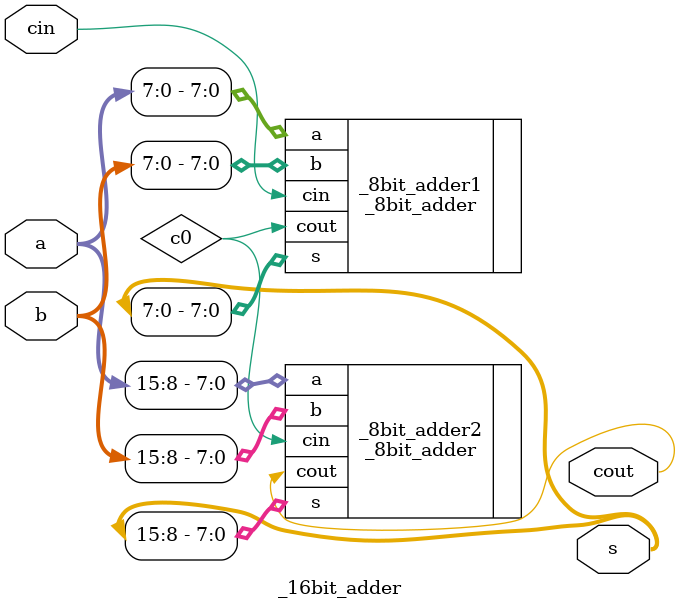
<source format=v>
module _16bit_adder(a, b, cin, s, cout);

input [15:0] a, b;
input cin;

output [15:0] s;
output cout;

wire c0;

_8bit_adder _8bit_adder1(.a(a[7:0]), .b(b[7:0]), .cin(cin), .s(s[7:0]), .cout(c0));
_8bit_adder _8bit_adder2(.a(a[15:8]), .b(b[15:8]), .cin(c0), .s(s[15:8]), .cout(cout));

endmodule

</source>
